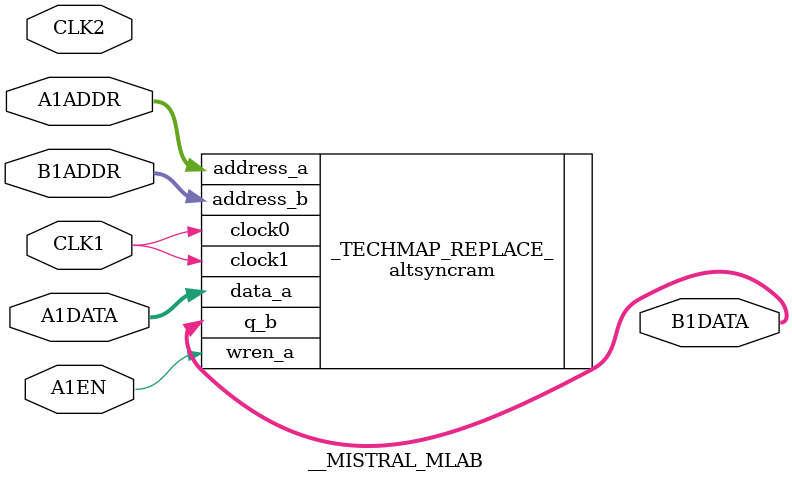
<source format=v>
module __MISTRAL_MLAB(CLK1, CLK2, A1ADDR, A1DATA, A1EN, B1ADDR, B1DATA);

parameter CFG_ABITS = 5;
parameter CFG_DBITS = 20;

input CLK1, CLK2;
input [CFG_ABITS-1:0] A1ADDR, B1ADDR;
input [CFG_DBITS-1:0] A1DATA;
input A1EN;
output [CFG_DBITS-1:0] B1DATA;

altsyncram #(
    .operation_mode("dual_port"),
    .ram_block_type("mlab"),
    .widthad_a(CFG_ABITS),
    .width_a(CFG_DBITS),
    .widthad_b(CFG_ABITS),
    .width_b(CFG_DBITS),
) _TECHMAP_REPLACE_ (
    .address_a(A1ADDR),
    .data_a(A1DATA),
    .wren_a(A1EN),
    .address_b(B1ADDR),
    .q_b(B1DATA),
    .clock0(CLK1),
    .clock1(CLK1),
);

endmodule

</source>
